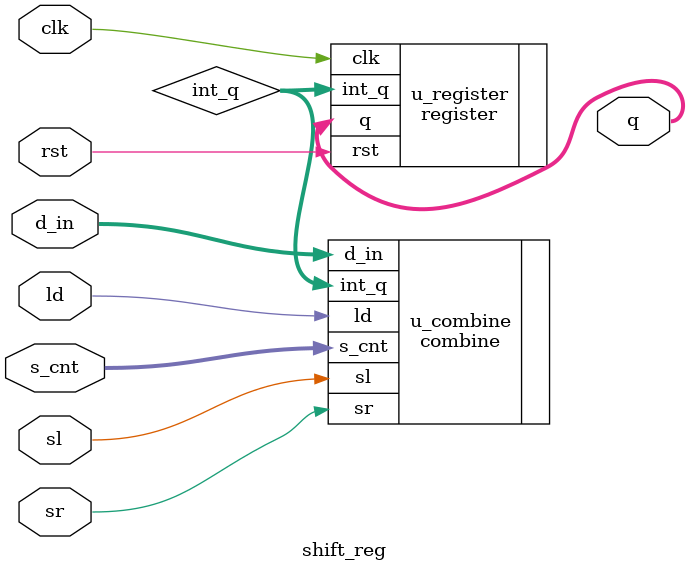
<source format=v>
module shift_reg (
    input wire [3:0] d_in,   
    input wire [3:0] s_cnt, 
    input wire sl,          
    input wire sr,           
    input wire ld,           
    input wire clk,          
    input wire rst,          
    output wire [3:0] q      
);
    wire [3:0] int_q;

    combine u_combine (
        .d_in(d_in),
        .s_cnt(s_cnt),
        .sl(sl),
        .sr(sr),
        .ld(ld),
        .int_q(int_q)
    );

    register u_register (
        .clk(clk),
        .rst(rst),
        .int_q(int_q),
        .q(q)
    );
endmodule


</source>
